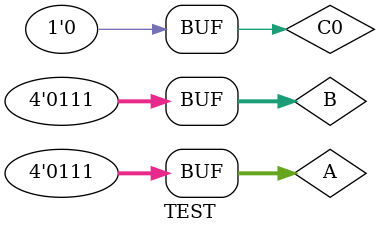
<source format=v>
`timescale 1ns / 1ps


module TEST;

	// Inputs
	reg [3:0] A;
	reg [3:0] B;
	reg C0;

	// Outputs
	wire [3:0] F;
	wire C4;

	// Instantiate the Unit Under Test (UUT)
	Second_M uut (
		.A(A), 
		.B(B), 
		.C0(C0), 
		.F(F), 
		.C4(C4)
	);

	initial begin
		// Initialize Inputs
		A = 0;
		B = 0;
		C0 = 0;

		// Wait 100 ns for global reset to finish
		#100;
        
		// Add stimulus here
		#200;
		A=0001;B=0001;C0=0;
		#200;
		A=0000;B=1111;C0=0;
		#200;
		A=0000;B=1111;C0=1;
		#200;
		A=1111;B=1111;C0=0;
	end
      
endmodule


</source>
